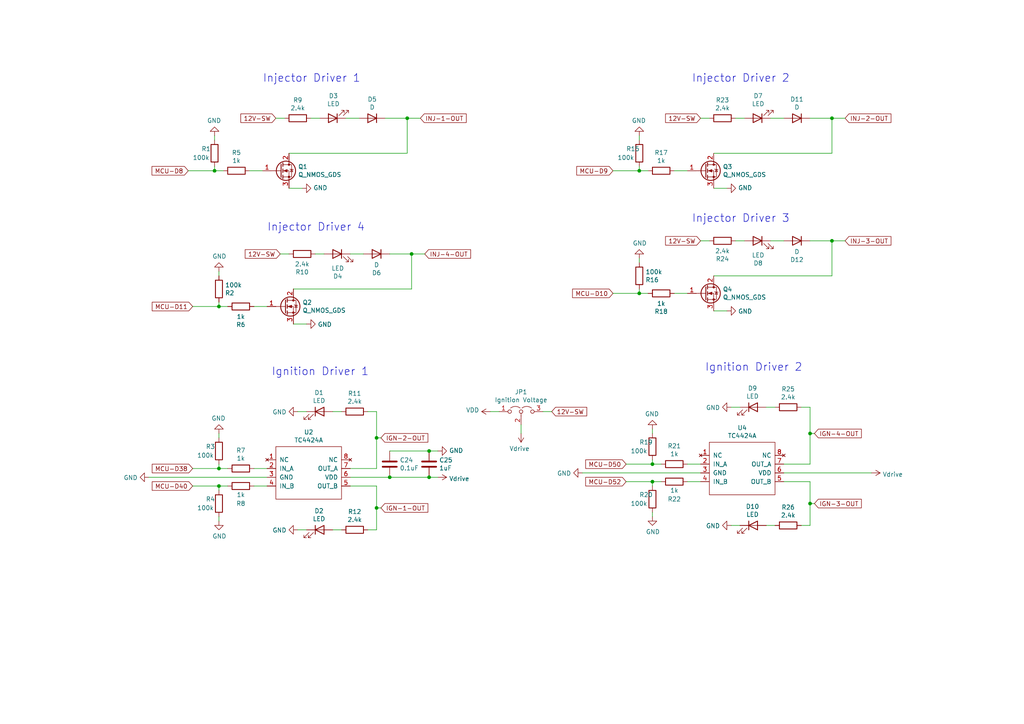
<source format=kicad_sch>
(kicad_sch (version 20230121) (generator eeschema)
  (paper "A4")
  (title_block (title "0.4") (date "2024-08-07") (rev "4e") (company "Speeduino") (comment 1 "Updated by Kenneth \"Cmdr_scotty\" Walters"))
  (lib_symbols
    (symbol "Device:C" (pin_numbers hide) (pin_names (offset 0.254))
      (property "Reference" "C" (at 0.635 2.54 0))
      (property "Value" "C" (at 0.635 -2.54 0))
      (symbol "C_0_1"
        (polyline (pts (xy -2.032 -0.762) (xy 2.032 -0.762)) (stroke (width 0.508)))
        (polyline (pts (xy -2.032 0.762) (xy 2.032 0.762)) (stroke (width 0.508)))
      )
      (symbol "C_1_1"
        (pin passive line (at 0 3.81 270) (length 2.794) (name "~") (number "1"))
        (pin passive line (at 0 -3.81 90) (length 2.794) (name "~") (number "2"))
      )
    )
    (symbol "Device:D" (pin_numbers hide) (pin_names (offset 1.016) hide)
      (property "Reference" "D" (at 0 2.54 0))
      (property "Value" "D" (at 0 -2.54 0))
      (symbol "D_0_1"
        (polyline (pts (xy -1.27 1.27) (xy -1.27 -1.27)) (stroke (width 0.254)))
        (polyline (pts (xy 1.27 0) (xy -1.27 0)))
        (polyline (pts (xy 1.27 1.27) (xy 1.27 -1.27) (xy -1.27 0) (xy 1.27 1.27)) (stroke (width 0.254)))
      )
      (symbol "D_1_1"
        (pin passive line (at -3.81 0 0) (length 2.54) (name "K") (number "1"))
        (pin passive line (at 3.81 0 180) (length 2.54) (name "A") (number "2"))
      )
    )
    (symbol "Device:LED" (pin_numbers hide) (pin_names (offset 1.016) hide)
      (property "Reference" "D" (at 0 2.54 0))
      (property "Value" "LED" (at 0 -2.54 0))
      (symbol "LED_0_1"
        (polyline (pts (xy -1.27 -1.27) (xy -1.27 1.27)) (stroke (width 0.254)))
        (polyline (pts (xy -1.27 0) (xy 1.27 0)))
        (polyline (pts (xy 1.27 -1.27) (xy 1.27 1.27) (xy -1.27 0) (xy 1.27 -1.27)) (stroke (width 0.254)))
        (polyline (pts (xy -3.048 -0.762) (xy -4.572 -2.286) (xy -3.81 -2.286) (xy -4.572 -2.286) (xy -4.572 -1.524)))
        (polyline (pts (xy -1.778 -0.762) (xy -3.302 -2.286) (xy -2.54 -2.286) (xy -3.302 -2.286) (xy -3.302 -1.524)))
      )
      (symbol "LED_1_1"
        (pin passive line (at -3.81 0 0) (length 2.54) (name "K") (number "1"))
        (pin passive line (at 3.81 0 180) (length 2.54) (name "A") (number "2"))
      )
    )
    (symbol "Device:Q_NMOS_GDS" (pin_names (offset 0) hide)
      (property "Reference" "Q" (at 5.08 1.27 0))
      (property "Value" "Q_NMOS_GDS" (at 5.08 -1.27 0))
      (symbol "Q_NMOS_GDS_0_1"
        (polyline (pts (xy 0.254 0) (xy -2.54 0)))
        (polyline (pts (xy 0.254 1.905) (xy 0.254 -1.905)) (stroke (width 0.254)))
        (polyline (pts (xy 0.762 -1.27) (xy 0.762 -2.286)) (stroke (width 0.254)))
        (polyline (pts (xy 0.762 0.508) (xy 0.762 -0.508)) (stroke (width 0.254)))
        (polyline (pts (xy 0.762 2.286) (xy 0.762 1.27)) (stroke (width 0.254)))
        (polyline (pts (xy 2.54 2.54) (xy 2.54 1.778)))
        (polyline (pts (xy 2.54 -2.54) (xy 2.54 0) (xy 0.762 0)))
        (polyline (pts (xy 0.762 -1.778) (xy 3.302 -1.778) (xy 3.302 1.778) (xy 0.762 1.778)))
        (polyline (pts (xy 1.016 0) (xy 2.032 0.381) (xy 2.032 -0.381) (xy 1.016 0)) (fill (type outline)))
        (polyline (pts (xy 2.794 0.508) (xy 2.921 0.381) (xy 3.683 0.381) (xy 3.81 0.254)))
        (polyline (pts (xy 3.302 0.381) (xy 2.921 -0.254) (xy 3.683 -0.254) (xy 3.302 0.381)))
        (circle (center 1.651 0) (radius 2.794) (stroke (width 0.254)))
        (circle (center 2.54 -1.778) (radius 0.254) (fill (type outline)))
        (circle (center 2.54 1.778) (radius 0.254) (fill (type outline)))
      )
      (symbol "Q_NMOS_GDS_1_1"
        (pin input line (at -5.08 0 0) (length 2.54) (name "G") (number "1"))
        (pin passive line (at 2.54 5.08 270) (length 2.54) (name "D") (number "2"))
        (pin passive line (at 2.54 -5.08 90) (length 2.54) (name "S") (number "3"))
      )
    )
    (symbol "Device:R" (pin_numbers hide) (pin_names (offset 0))
      (property "Reference" "R" (at 2.032 0 90))
      (property "Value" "R" (at 0 0 90))
      (symbol "R_0_1"
        (rectangle (start -1.016 -2.54) (end 1.016 2.54) (stroke (width 0.254)))
      )
      (symbol "R_1_1"
        (pin passive line (at 0 3.81 270) (length 1.27) (name "~") (number "1"))
        (pin passive line (at 0 -3.81 90) (length 1.27) (name "~") (number "2"))
      )
    )
    (symbol "power:GND" (power) (pin_names (offset 0))
      (property "Value" "GND" (at 0 -3.81 0))
      (symbol "GND_0_1"
        (polyline (pts (xy 0 0) (xy 0 -1.27) (xy 1.27 -1.27) (xy 0 -2.54) (xy -1.27 -1.27) (xy 0 -1.27)))
      )
      (symbol "GND_1_1"
        (pin power_in line (at 0 0 270) (length 0) hide (name "GND") (number "1"))
      )
    )
    (symbol "power:VDD" (power) (pin_names (offset 0))
      (property "Value" "VDD" (at 0 3.81 0))
      (symbol "VDD_0_1"
        (polyline (pts (xy -0.762 1.27) (xy 0 2.54)))
        (polyline (pts (xy 0 0) (xy 0 2.54)))
        (polyline (pts (xy 0 2.54) (xy 0.762 1.27)))
      )
      (symbol "VDD_1_1"
        (pin power_in line (at 0 0 90) (length 0) hide (name "VDD") (number "1"))
      )
    )
    (symbol "power:Vdrive" (power) (pin_names (offset 0))
      (property "Value" "Vdrive" (at 0 3.81 0))
      (symbol "Vdrive_0_1"
        (polyline (pts (xy -0.762 1.27) (xy 0 2.54)))
        (polyline (pts (xy 0 0) (xy 0 2.54)))
        (polyline (pts (xy 0 2.54) (xy 0.762 1.27)))
      )
      (symbol "Vdrive_1_1"
        (pin power_in line (at 0 0 90) (length 0) hide (name "Vdrive") (number "1"))
      )
    )
    (symbol "v0.4.3e-rescue:Jumper_3_Open-Jumper" (pin_names (offset 0) hide)
      (property "Reference" "JP" (at -2.54 -2.54 0))
      (property "Value" "Jumper_Jumper_3_Open" (at 0 2.794 0))
      (symbol "Jumper_3_Open-Jumper_0_0"
        (circle (center -3.302 0) (radius 0.508))
        (circle (center 0 0) (radius 0.508))
        (circle (center 3.302 0) (radius 0.508))
      )
      (symbol "Jumper_3_Open-Jumper_0_1"
        (arc (start -0.254 1.016) (mid -1.651 1.4992) (end -3.048 1.016))
        (polyline (pts (xy 0 -0.508) (xy 0 -1.27)))
        (arc (start 3.048 1.016) (mid 1.651 1.4992) (end 0.254 1.016))
      )
      (symbol "Jumper_3_Open-Jumper_1_1"
        (pin passive line (at -6.35 0 0) (length 2.54) (name "A") (number "1"))
        (pin input line (at 0 -3.81 90) (length 2.54) (name "C") (number "2"))
        (pin passive line (at 6.35 0 180) (length 2.54) (name "B") (number "3"))
      )
    )
    (symbol "v0.4.3e-rescue:TC4424A-IC_Automotive" (pin_names (offset 1.016))
      (property "Reference" "U" (at -7.62 38.1 0))
      (property "Value" "IC_Automotive_TC4424A" (at -15.24 38.1 0))
      (symbol "TC4424A-IC_Automotive_0_1"
        (rectangle (start -25.4 36.83) (end -6.35 21.59))
      )
      (symbol "TC4424A-IC_Automotive_1_1"
        (pin no_connect line (at -27.94 33.02 0) (length 2.54) (name "NC") (number "1"))
        (pin input line (at -27.94 30.48 0) (length 2.54) (name "IN_A") (number "2"))
        (pin power_in line (at -27.94 27.94 0) (length 2.54) (name "GND") (number "3"))
        (pin input line (at -27.94 25.4 0) (length 2.54) (name "IN_B") (number "4"))
        (pin input line (at -3.81 25.4 180) (length 2.54) (name "OUT_B") (number "5"))
        (pin power_in line (at -3.81 27.94 180) (length 2.54) (name "VDD") (number "6"))
        (pin output line (at -3.81 30.48 180) (length 2.54) (name "OUT_A") (number "7"))
        (pin no_connect line (at -3.81 33.02 180) (length 2.54) (name "NC") (number "8"))
      )
    )
  )
  (junction (at 109.22 127))
  (junction (at 109.22 147.32))
  (junction (at 185.42 49.53))
  (junction (at 124.46 138.43))
  (junction (at 241.3 69.85))
  (junction (at 113.03 138.43))
  (junction (at 185.42 85.09))
  (junction (at 234.95 146.05))
  (junction (at 63.5 88.9))
  (junction (at 189.23 134.62))
  (junction (at 241.3 34.29))
  (junction (at 63.5 140.97))
  (junction (at 62.23 49.53))
  (junction (at 124.46 130.81))
  (junction (at 118.11 34.29))
  (junction (at 189.23 139.7))
  (junction (at 119.38 73.66))
  (junction (at 63.5 135.89))
  (junction (at 234.95 125.73))
  (wire (pts (xy 127 130.81) (xy 124.46 130.81)))
  (wire (pts (xy 234.95 34.29) (xy 241.3 34.29)))
  (wire (pts (xy 177.8 49.53) (xy 185.42 49.53)))
  (wire (pts (xy 245.11 69.85) (xy 241.3 69.85)))
  (wire (pts (xy 66.04 140.97) (xy 63.5 140.97)))
  (wire (pts (xy 123.19 73.66) (xy 119.38 73.66)))
  (wire (pts (xy 109.22 135.89) (xy 101.6 135.89)))
  (wire (pts (xy 73.66 88.9) (xy 77.47 88.9)))
  (wire (pts (xy 109.22 127) (xy 109.22 135.89)))
  (wire (pts (xy 207.01 80.01) (xy 241.3 80.01)))
  (wire (pts (xy 66.04 88.9) (xy 63.5 88.9)))
  (wire (pts (xy 54.61 49.53) (xy 62.23 49.53)))
  (wire (pts (xy 199.39 134.62) (xy 203.2 134.62)))
  (wire (pts (xy 72.39 49.53) (xy 76.2 49.53)))
  (wire (pts (xy 234.95 125.73) (xy 234.95 134.62)))
  (wire (pts (xy 96.52 153.67) (xy 99.06 153.67)))
  (wire (pts (xy 241.3 44.45) (xy 241.3 34.29)))
  (wire (pts (xy 234.95 118.11) (xy 234.95 125.73)))
  (wire (pts (xy 119.38 83.82) (xy 119.38 73.66)))
  (wire (pts (xy 234.95 146.05) (xy 234.95 139.7)))
  (wire (pts (xy 241.3 80.01) (xy 241.3 69.85)))
  (wire (pts (xy 124.46 130.81) (xy 113.03 130.81)))
  (wire (pts (xy 185.42 40.64) (xy 185.42 39.37)))
  (wire (pts (xy 55.88 88.9) (xy 63.5 88.9)))
  (wire (pts (xy 210.82 90.17) (xy 207.01 90.17)))
  (wire (pts (xy 187.96 85.09) (xy 185.42 85.09)))
  (wire (pts (xy 55.88 135.89) (xy 63.5 135.89)))
  (wire (pts (xy 124.46 138.43) (xy 113.03 138.43)))
  (wire (pts (xy 86.36 153.67) (xy 88.9 153.67)))
  (wire (pts (xy 109.22 153.67) (xy 109.22 147.32)))
  (wire (pts (xy 80.01 34.29) (xy 82.55 34.29)))
  (wire (pts (xy 63.5 151.13) (xy 63.5 149.86)))
  (wire (pts (xy 213.36 34.29) (xy 215.9 34.29)))
  (wire (pts (xy 191.77 139.7) (xy 189.23 139.7)))
  (wire (pts (xy 118.11 44.45) (xy 118.11 34.29)))
  (wire (pts (xy 195.58 85.09) (xy 199.39 85.09)))
  (wire (pts (xy 62.23 40.64) (xy 62.23 39.37)))
  (wire (pts (xy 212.09 152.4) (xy 214.63 152.4)))
  (wire (pts (xy 185.42 74.93) (xy 185.42 76.2)))
  (wire (pts (xy 63.5 88.9) (xy 63.5 87.63)))
  (wire (pts (xy 90.17 34.29) (xy 92.71 34.29)))
  (wire (pts (xy 111.76 34.29) (xy 118.11 34.29)))
  (wire (pts (xy 189.23 149.86) (xy 189.23 148.59)))
  (wire (pts (xy 207.01 44.45) (xy 241.3 44.45)))
  (wire (pts (xy 199.39 139.7) (xy 203.2 139.7)))
  (wire (pts (xy 234.95 152.4) (xy 234.95 146.05)))
  (wire (pts (xy 77.47 138.43) (xy 43.18 138.43)))
  (wire (pts (xy 91.44 73.66) (xy 93.98 73.66)))
  (wire (pts (xy 113.03 138.43) (xy 101.6 138.43)))
  (wire (pts (xy 212.09 118.11) (xy 214.63 118.11)))
  (wire (pts (xy 223.52 69.85) (xy 227.33 69.85)))
  (wire (pts (xy 234.95 134.62) (xy 227.33 134.62)))
  (wire (pts (xy 157.48 119.38) (xy 160.02 119.38)))
  (wire (pts (xy 181.61 134.62) (xy 189.23 134.62)))
  (wire (pts (xy 101.6 73.66) (xy 105.41 73.66)))
  (wire (pts (xy 73.66 135.89) (xy 77.47 135.89)))
  (wire (pts (xy 236.22 125.73) (xy 234.95 125.73)))
  (wire (pts (xy 62.23 49.53) (xy 64.77 49.53)))
  (wire (pts (xy 185.42 49.53) (xy 187.96 49.53)))
  (wire (pts (xy 109.22 147.32) (xy 109.22 140.97)))
  (wire (pts (xy 106.68 153.67) (xy 109.22 153.67)))
  (wire (pts (xy 55.88 140.97) (xy 63.5 140.97)))
  (wire (pts (xy 110.49 147.32) (xy 109.22 147.32)))
  (wire (pts (xy 62.23 48.26) (xy 62.23 49.53)))
  (wire (pts (xy 222.25 152.4) (xy 224.79 152.4)))
  (wire (pts (xy 109.22 140.97) (xy 101.6 140.97)))
  (wire (pts (xy 227.33 137.16) (xy 252.73 137.16)))
  (wire (pts (xy 106.68 119.38) (xy 109.22 119.38)))
  (wire (pts (xy 185.42 85.09) (xy 185.42 83.82)))
  (wire (pts (xy 144.78 119.38) (xy 142.24 119.38)))
  (wire (pts (xy 86.36 119.38) (xy 88.9 119.38)))
  (wire (pts (xy 181.61 139.7) (xy 189.23 139.7)))
  (wire (pts (xy 203.2 69.85) (xy 205.74 69.85)))
  (wire (pts (xy 63.5 140.97) (xy 63.5 142.24)))
  (wire (pts (xy 245.11 34.29) (xy 241.3 34.29)))
  (wire (pts (xy 195.58 49.53) (xy 199.39 49.53)))
  (wire (pts (xy 121.92 34.29) (xy 118.11 34.29)))
  (wire (pts (xy 189.23 133.35) (xy 189.23 134.62)))
  (wire (pts (xy 63.5 134.62) (xy 63.5 135.89)))
  (wire (pts (xy 177.8 85.09) (xy 185.42 85.09)))
  (wire (pts (xy 232.41 152.4) (xy 234.95 152.4)))
  (wire (pts (xy 100.33 34.29) (xy 104.14 34.29)))
  (wire (pts (xy 232.41 118.11) (xy 234.95 118.11)))
  (wire (pts (xy 83.82 44.45) (xy 118.11 44.45)))
  (wire (pts (xy 223.52 34.29) (xy 227.33 34.29)))
  (wire (pts (xy 63.5 78.74) (xy 63.5 80.01)))
  (wire (pts (xy 88.9 93.98) (xy 85.09 93.98)))
  (wire (pts (xy 109.22 119.38) (xy 109.22 127)))
  (wire (pts (xy 234.95 69.85) (xy 241.3 69.85)))
  (wire (pts (xy 63.5 127) (xy 63.5 125.73)))
  (wire (pts (xy 85.09 83.82) (xy 119.38 83.82)))
  (wire (pts (xy 73.66 140.97) (xy 77.47 140.97)))
  (wire (pts (xy 189.23 125.73) (xy 189.23 124.46)))
  (wire (pts (xy 113.03 73.66) (xy 119.38 73.66)))
  (wire (pts (xy 151.13 125.73) (xy 151.13 123.19)))
  (wire (pts (xy 213.36 69.85) (xy 215.9 69.85)))
  (wire (pts (xy 189.23 134.62) (xy 191.77 134.62)))
  (wire (pts (xy 185.42 48.26) (xy 185.42 49.53)))
  (wire (pts (xy 81.28 73.66) (xy 83.82 73.66)))
  (wire (pts (xy 203.2 137.16) (xy 168.91 137.16)))
  (wire (pts (xy 222.25 118.11) (xy 224.79 118.11)))
  (wire (pts (xy 234.95 139.7) (xy 227.33 139.7)))
  (wire (pts (xy 236.22 146.05) (xy 234.95 146.05)))
  (wire (pts (xy 83.82 54.61) (xy 87.63 54.61)))
  (wire (pts (xy 96.52 119.38) (xy 99.06 119.38)))
  (wire (pts (xy 203.2 34.29) (xy 205.74 34.29)))
  (wire (pts (xy 63.5 135.89) (xy 66.04 135.89)))
  (wire (pts (xy 189.23 139.7) (xy 189.23 140.97)))
  (wire (pts (xy 207.01 54.61) (xy 210.82 54.61)))
  (wire (pts (xy 127 138.43) (xy 124.46 138.43)))
  (wire (pts (xy 110.49 127) (xy 109.22 127)))
  (text "Injector Driver 4" (at 77.47 67.31 0) (effects (font (size 2.2606 2.2606)) (justify left bottom)))
  (text "Ignition Driver 1" (at 78.74 109.22 0) (effects (font (size 2.2606 2.2606)) (justify left bottom)))
  (text "Injector Driver 3" (at 200.66 64.77 0) (effects (font (size 2.2606 2.2606)) (justify left bottom)))
  (text "Injector Driver 2" (at 200.66 24.13 0) (effects (font (size 2.2606 2.2606)) (justify left bottom)))
  (text "Injector Driver 1" (at 76.2 24.13 0) (effects (font (size 2.2606 2.2606)) (justify left bottom)))
  (text "Ignition Driver 2" (at 204.47 107.95 0) (effects (font (size 2.2606 2.2606)) (justify left bottom)))
  (global_label "12V-SW" (shape input) (at 203.2 34.29 180) (property "Intersheetrefs" "${INTERSHEET_REFS}" (effects hide)))
  (global_label "MCU-D40" (shape input) (at 55.88 140.97 180) (property "Intersheetrefs" "${INTERSHEET_REFS}" (effects hide)))
  (global_label "MCU-D50" (shape input) (at 181.61 134.62 180) (property "Intersheetrefs" "${INTERSHEET_REFS}" (effects hide)))
  (global_label "MCU-D52" (shape input) (at 181.61 139.7 180) (property "Intersheetrefs" "${INTERSHEET_REFS}" (effects hide)))
  (global_label "12V-SW" (shape input) (at 203.2 69.85 180) (property "Intersheetrefs" "${INTERSHEET_REFS}" (effects hide)))
  (global_label "IGN-4-OUT" (shape input) (at 236.22 125.73 0) (property "Intersheetrefs" "${INTERSHEET_REFS}" (effects hide)))
  (global_label "IGN-2-OUT" (shape input) (at 110.49 127 0) (property "Intersheetrefs" "${INTERSHEET_REFS}" (effects hide)))
  (global_label "INJ-2-OUT" (shape input) (at 245.11 34.29 0) (property "Intersheetrefs" "${INTERSHEET_REFS}" (effects hide)))
  (global_label "IGN-3-OUT" (shape input) (at 236.22 146.05 0) (property "Intersheetrefs" "${INTERSHEET_REFS}" (effects hide)))
  (global_label "INJ-3-OUT" (shape input) (at 245.11 69.85 0) (property "Intersheetrefs" "${INTERSHEET_REFS}" (effects hide)))
  (global_label "IGN-1-OUT" (shape input) (at 110.49 147.32 0) (property "Intersheetrefs" "${INTERSHEET_REFS}" (effects hide)))
  (global_label "INJ-4-OUT" (shape input) (at 123.19 73.66 0) (property "Intersheetrefs" "${INTERSHEET_REFS}" (effects hide)))
  (global_label "MCU-D38" (shape input) (at 55.88 135.89 180) (property "Intersheetrefs" "${INTERSHEET_REFS}" (effects hide)))
  (global_label "MCU-D9" (shape input) (at 177.8 49.53 180) (property "Intersheetrefs" "${INTERSHEET_REFS}" (effects hide)))
  (global_label "INJ-1-OUT" (shape input) (at 121.92 34.29 0) (property "Intersheetrefs" "${INTERSHEET_REFS}" (effects hide)))
  (global_label "MCU-D8" (shape input) (at 54.61 49.53 180) (property "Intersheetrefs" "${INTERSHEET_REFS}" (effects hide)))
  (global_label "12V-SW" (shape input) (at 80.01 34.29 180) (property "Intersheetrefs" "${INTERSHEET_REFS}" (effects hide)))
  (global_label "12V-SW" (shape input) (at 81.28 73.66 180) (property "Intersheetrefs" "${INTERSHEET_REFS}" (effects hide)))
  (global_label "MCU-D11" (shape input) (at 55.88 88.9 180) (property "Intersheetrefs" "${INTERSHEET_REFS}" (effects hide)))
  (global_label "MCU-D10" (shape input) (at 177.8 85.09 180) (property "Intersheetrefs" "${INTERSHEET_REFS}" (effects hide)))
  (global_label "12V-SW" (shape input) (at 160.02 119.38 0) (property "Intersheetrefs" "${INTERSHEET_REFS}" (effects hide)))
  (symbol (lib_id "power:GND") (at 87.63 54.61 90) (unit 1)
    (property "Reference" "#PWR010" (effects hide))
    (property "Value" "GND" (at 90.8812 54.483 90) (effects (justify right)))
  )
  (symbol (lib_id "power:GND") (at 88.9 93.98 90) (mirror x) (unit 1)
    (property "Reference" "#PWR011" (effects hide))
    (property "Value" "GND" (at 92.1512 94.107 90) (effects (justify right)))
  )
  (symbol (lib_id "Device:R") (at 68.58 49.53 270) (unit 1)
    (property "Reference" "R5" (at 68.58 44.2722 90))
    (property "Value" "1k" (at 68.58 46.5836 90))
    (property "Footprint" "Resistor_THT:R_Axial_DIN0204_L3.6mm_D1.6mm_P5.08mm_Horizontal" (effects hide))
    (property "Digikey Part Number" "BC1.00KXCT-ND" (effects hide))
    (property "Manufacturer_Name" "Vishay" (effects hide))
    (property "Manufacturer_Part_Number" "MBA02040C1001FRP00" (effects hide))
  )
  (symbol (lib_id "Device:R") (at 69.85 88.9 270) (mirror x) (unit 1)
    (property "Reference" "R6" (at 69.85 94.1578 90))
    (property "Value" "1k" (at 69.85 91.8464 90))
    (property "Footprint" "Resistor_THT:R_Axial_DIN0204_L3.6mm_D1.6mm_P5.08mm_Horizontal" (effects hide))
    (property "Digikey Part Number" "BC1.00KXCT-ND" (effects hide))
    (property "Manufacturer_Name" "Vishay" (effects hide))
    (property "Manufacturer_Part_Number" "MBA02040C1001FRP00" (effects hide))
  )
  (symbol (lib_id "Device:R") (at 62.23 44.45 180) (unit 1)
    (property "Reference" "R1" (at 58.42 43.18 0) (effects (justify right)))
    (property "Value" "100k" (at 55.88 45.72 0) (effects (justify right)))
    (property "Footprint" "Resistor_THT:R_Axial_DIN0204_L3.6mm_D1.6mm_P5.08mm_Horizontal" (effects hide))
    (property "Digikey Part Number" "BC3240CT-ND" (effects hide))
    (property "Manufacturer_Name" "Vishay" (effects hide))
    (property "Manufacturer_Part_Number" "MBA02040C1003FCT00" (effects hide))
    (property "URL" "https://www.digikey.com.au/product-detail/en/vishay-beyschlag-draloric-bc-components/MBA02040C1003FCT00/BC3240CT-ND/6138743" (effects hide))
  )
  (symbol (lib_id "Device:R") (at 63.5 83.82 0) (mirror y) (unit 1)
    (property "Reference" "R2" (at 65.278 84.9884 0) (effects (justify right)))
    (property "Value" "100k" (at 65.278 82.677 0) (effects (justify right)))
    (property "Footprint" "Resistor_THT:R_Axial_DIN0204_L3.6mm_D1.6mm_P5.08mm_Horizontal" (effects hide))
    (property "Digikey Part Number" "BC3240CT-ND" (effects hide))
    (property "Manufacturer_Name" "Vishay" (effects hide))
    (property "Manufacturer_Part_Number" "MBA02040C1003FCT00" (effects hide))
    (property "URL" "https://www.digikey.com.au/product-detail/en/vishay-beyschlag-draloric-bc-components/MBA02040C1003FCT00/BC3240CT-ND/6138743" (effects hide))
  )
  (symbol (lib_id "power:GND") (at 62.23 39.37 180) (unit 1)
    (property "Reference" "#PWR04" (effects hide))
    (property "Value" "GND" (at 62.103 34.9758 0))
  )
  (symbol (lib_id "power:GND") (at 63.5 78.74 0) (mirror x) (unit 1)
    (property "Reference" "#PWR05" (effects hide))
    (property "Value" "GND" (at 63.627 74.3458 0))
  )
  (symbol (lib_id "Device:R") (at 87.63 73.66 270) (mirror x) (unit 1)
    (property "Reference" "R10" (at 87.63 78.9178 90))
    (property "Value" "2.4k" (at 87.63 76.6064 90))
    (property "Footprint" "Resistor_THT:R_Axial_DIN0204_L3.6mm_D1.6mm_P5.08mm_Horizontal" (effects hide))
    (property "Digikey Part Number" "BC3483CT-ND" (effects hide))
    (property "Manufacturer_Name" "Vishay" (effects hide))
    (property "Manufacturer_Part_Number" "MBA02040C2401FC100" (effects hide))
    (property "URL" "https://www.digikey.com.au/product-detail/en/vishay-beyschlag-draloric-bc-components/MBA02040C2401FC100/BC3483CT-ND/7350913" (effects hide))
  )
  (symbol (lib_id "Device:LED") (at 97.79 73.66 0) (mirror y) (unit 1)
    (property "Reference" "D4" (at 97.9678 80.137 0))
    (property "Value" "LED" (at 97.9678 77.8256 0))
    (property "Footprint" "LED_THT:LED_D3.0mm" (effects hide))
    (property "Digikey Part Number" "732-5005-ND" (effects hide))
    (property "Manufacturer_Name" "Wurth" (effects hide))
    (property "Manufacturer_Part_Number" "151031SS04000" (effects hide))
    (property "URL" "https://www.digikey.com.au/product-detail/en/w%C3%BCrth-elektronik/151031SS04000/732-5005-ND/4489979" (effects hide))
  )
  (symbol (lib_id "Device:R") (at 86.36 34.29 270) (unit 1)
    (property "Reference" "R9" (at 86.36 29.0322 90))
    (property "Value" "2.4k" (at 86.36 31.3436 90))
    (property "Footprint" "Resistor_THT:R_Axial_DIN0204_L3.6mm_D1.6mm_P5.08mm_Horizontal" (effects hide))
    (property "Digikey Part Number" "BC3483CT-ND" (effects hide))
    (property "Manufacturer_Name" "Vishay" (effects hide))
    (property "Manufacturer_Part_Number" "MBA02040C2401FC100" (effects hide))
    (property "URL" "https://www.digikey.com.au/product-detail/en/vishay-beyschlag-draloric-bc-components/MBA02040C2401FC100/BC3483CT-ND/7350913" (effects hide))
  )
  (symbol (lib_id "Device:LED") (at 96.52 34.29 180) (unit 1)
    (property "Reference" "D3" (at 96.6978 27.813 0))
    (property "Value" "LED" (at 96.6978 30.1244 0))
    (property "Footprint" "LED_THT:LED_D3.0mm" (effects hide))
    (property "Digikey Part Number" "732-5005-ND" (effects hide))
    (property "Manufacturer_Name" "Wurth" (effects hide))
    (property "Manufacturer_Part_Number" "151031SS04000" (effects hide))
    (property "URL" "https://www.digikey.com.au/product-detail/en/w%C3%BCrth-elektronik/151031SS04000/732-5005-ND/4489979" (effects hide))
  )
  (symbol (lib_id "power:GND") (at 210.82 54.61 90) (unit 1)
    (property "Reference" "#PWR020" (effects hide))
    (property "Value" "GND" (at 214.0712 54.483 90) (effects (justify right)))
  )
  (symbol (lib_id "power:GND") (at 210.82 90.17 90) (mirror x) (unit 1)
    (property "Reference" "#PWR021" (effects hide))
    (property "Value" "GND" (at 214.0712 90.297 90) (effects (justify right)))
  )
  (symbol (lib_id "Device:R") (at 191.77 49.53 270) (unit 1)
    (property "Reference" "R17" (at 191.77 44.2722 90))
    (property "Value" "1k" (at 191.77 46.5836 90))
    (property "Footprint" "Resistor_THT:R_Axial_DIN0204_L3.6mm_D1.6mm_P5.08mm_Horizontal" (effects hide))
    (property "Digikey Part Number" "BC1.00KXCT-ND" (effects hide))
    (property "Manufacturer_Name" "Vishay" (effects hide))
    (property "Manufacturer_Part_Number" "MBA02040C1001FRP00" (effects hide))
  )
  (symbol (lib_id "Device:R") (at 191.77 85.09 270) (mirror x) (unit 1)
    (property "Reference" "R18" (at 191.77 90.3478 90))
    (property "Value" "1k" (at 191.77 88.0364 90))
    (property "Footprint" "Resistor_THT:R_Axial_DIN0204_L3.6mm_D1.6mm_P5.08mm_Horizontal" (effects hide))
    (property "Digikey Part Number" "BC1.00KXCT-ND" (effects hide))
    (property "Manufacturer_Name" "Vishay" (effects hide))
    (property "Manufacturer_Part_Number" "MBA02040C1001FRP00" (effects hide))
  )
  (symbol (lib_id "Device:R") (at 185.42 44.45 180) (unit 1)
    (property "Reference" "R15" (at 181.61 43.18 0) (effects (justify right)))
    (property "Value" "100k" (at 179.07 45.72 0) (effects (justify right)))
    (property "Footprint" "Resistor_THT:R_Axial_DIN0204_L3.6mm_D1.6mm_P5.08mm_Horizontal" (effects hide))
    (property "Digikey Part Number" "BC3240CT-ND" (effects hide))
    (property "Manufacturer_Name" "Vishay" (effects hide))
    (property "Manufacturer_Part_Number" "MBA02040C1003FCT00" (effects hide))
    (property "URL" "https://www.digikey.com.au/product-detail/en/vishay-beyschlag-draloric-bc-components/MBA02040C1003FCT00/BC3240CT-ND/6138743" (effects hide))
  )
  (symbol (lib_id "Device:R") (at 185.42 80.01 0) (mirror y) (unit 1)
    (property "Reference" "R16" (at 187.198 81.1784 0) (effects (justify right)))
    (property "Value" "100k" (at 187.198 78.867 0) (effects (justify right)))
    (property "Footprint" "Resistor_THT:R_Axial_DIN0204_L3.6mm_D1.6mm_P5.08mm_Horizontal" (effects hide))
    (property "Digikey Part Number" "BC3240CT-ND" (effects hide))
    (property "Manufacturer_Name" "Vishay" (effects hide))
    (property "Manufacturer_Part_Number" "MBA02040C1003FCT00" (effects hide))
    (property "URL" "https://www.digikey.com.au/product-detail/en/vishay-beyschlag-draloric-bc-components/MBA02040C1003FCT00/BC3240CT-ND/6138743" (effects hide))
  )
  (symbol (lib_id "power:GND") (at 185.42 39.37 180) (unit 1)
    (property "Reference" "#PWR014" (effects hide))
    (property "Value" "GND" (at 185.293 34.9758 0))
  )
  (symbol (lib_id "power:GND") (at 185.42 74.93 0) (mirror x) (unit 1)
    (property "Reference" "#PWR015" (effects hide))
    (property "Value" "GND" (at 185.547 70.5358 0))
  )
  (symbol (lib_id "Device:R") (at 209.55 69.85 270) (mirror x) (unit 1)
    (property "Reference" "R24" (at 209.55 75.1078 90))
    (property "Value" "2.4k" (at 209.55 72.7964 90))
    (property "Footprint" "Resistor_THT:R_Axial_DIN0204_L3.6mm_D1.6mm_P5.08mm_Horizontal" (effects hide))
    (property "Digikey Part Number" "BC3483CT-ND" (effects hide))
    (property "Manufacturer_Name" "Vishay" (effects hide))
    (property "Manufacturer_Part_Number" "MBA02040C2401FC100" (effects hide))
    (property "URL" "https://www.digikey.com.au/product-detail/en/vishay-beyschlag-draloric-bc-components/MBA02040C2401FC100/BC3483CT-ND/7350913" (effects hide))
  )
  (symbol (lib_id "Device:LED") (at 219.71 69.85 0) (mirror y) (unit 1)
    (property "Reference" "D8" (at 219.8878 76.327 0))
    (property "Value" "LED" (at 219.8878 74.0156 0))
    (property "Footprint" "LED_THT:LED_D3.0mm" (effects hide))
    (property "Digikey Part Number" "732-5005-ND" (effects hide))
    (property "Manufacturer_Name" "Wurth" (effects hide))
    (property "Manufacturer_Part_Number" "151031SS04000" (effects hide))
    (property "URL" "https://www.digikey.com.au/product-detail/en/w%C3%BCrth-elektronik/151031SS04000/732-5005-ND/4489979" (effects hide))
  )
  (symbol (lib_id "Device:R") (at 209.55 34.29 270) (unit 1)
    (property "Reference" "R23" (at 209.55 29.0322 90))
    (property "Value" "2.4k" (at 209.55 31.3436 90))
    (property "Footprint" "Resistor_THT:R_Axial_DIN0204_L3.6mm_D1.6mm_P5.08mm_Horizontal" (effects hide))
    (property "Digikey Part Number" "BC3483CT-ND" (effects hide))
    (property "Manufacturer_Name" "Vishay" (effects hide))
    (property "Manufacturer_Part_Number" "MBA02040C2401FC100" (effects hide))
    (property "URL" "https://www.digikey.com.au/product-detail/en/vishay-beyschlag-draloric-bc-components/MBA02040C2401FC100/BC3483CT-ND/7350913" (effects hide))
  )
  (symbol (lib_id "Device:LED") (at 219.71 34.29 180) (unit 1)
    (property "Reference" "D7" (at 219.8878 27.813 0))
    (property "Value" "LED" (at 219.8878 30.1244 0))
    (property "Footprint" "LED_THT:LED_D3.0mm" (effects hide))
    (property "Digikey Part Number" "732-5005-ND" (effects hide))
    (property "Manufacturer_Name" "Wurth" (effects hide))
    (property "Manufacturer_Part_Number" "151031SS04000" (effects hide))
    (property "URL" "https://www.digikey.com.au/product-detail/en/w%C3%BCrth-elektronik/151031SS04000/732-5005-ND/4489979" (effects hide))
  )
  (symbol (lib_id "Device:R") (at 69.85 135.89 270) (unit 1)
    (property "Reference" "R7" (at 69.85 130.6322 90))
    (property "Value" "1k" (at 69.85 132.9436 90))
    (property "Footprint" "Resistor_THT:R_Axial_DIN0204_L3.6mm_D1.6mm_P5.08mm_Horizontal" (effects hide))
    (property "Digikey Part Number" "BC1.00KXCT-ND" (effects hide))
    (property "Manufacturer_Name" "Vishay" (effects hide))
    (property "Manufacturer_Part_Number" "MBA02040C1001FRP00" (effects hide))
  )
  (symbol (lib_id "Device:R") (at 69.85 140.97 270) (unit 1)
    (property "Reference" "R8" (at 69.85 146.05 90))
    (property "Value" "1k" (at 69.85 143.51 90))
    (property "Footprint" "Resistor_THT:R_Axial_DIN0204_L3.6mm_D1.6mm_P5.08mm_Horizontal" (effects hide))
    (property "Digikey Part Number" "BC1.00KXCT-ND" (effects hide))
    (property "Manufacturer_Name" "Vishay" (effects hide))
    (property "Manufacturer_Part_Number" "MBA02040C1001FRP00" (effects hide))
  )
  (symbol (lib_id "Device:R") (at 63.5 130.81 180) (unit 1)
    (property "Reference" "R3" (at 59.69 129.54 0) (effects (justify right)))
    (property "Value" "100k" (at 57.15 132.08 0) (effects (justify right)))
    (property "Footprint" "Resistor_THT:R_Axial_DIN0204_L3.6mm_D1.6mm_P5.08mm_Horizontal" (effects hide))
    (property "Digikey Part Number" "BC3240CT-ND" (effects hide))
    (property "Manufacturer_Name" "Vishay" (effects hide))
    (property "Manufacturer_Part_Number" "MBA02040C1003FCT00" (effects hide))
    (property "URL" "https://www.digikey.com.au/product-detail/en/vishay-beyschlag-draloric-bc-components/MBA02040C1003FCT00/BC3240CT-ND/6138743" (effects hide))
  )
  (symbol (lib_id "Device:R") (at 63.5 146.05 180) (unit 1)
    (property "Reference" "R4" (at 59.69 144.78 0) (effects (justify right)))
    (property "Value" "100k" (at 57.15 147.32 0) (effects (justify right)))
    (property "Footprint" "Resistor_THT:R_Axial_DIN0204_L3.6mm_D1.6mm_P5.08mm_Horizontal" (effects hide))
    (property "Digikey Part Number" "BC3240CT-ND" (effects hide))
    (property "Manufacturer_Name" "Vishay" (effects hide))
    (property "Manufacturer_Part_Number" "MBA02040C1003FCT00" (effects hide))
    (property "URL" "https://www.digikey.com.au/product-detail/en/vishay-beyschlag-draloric-bc-components/MBA02040C1003FCT00/BC3240CT-ND/6138743" (effects hide))
  )
  (symbol (lib_id "power:GND") (at 63.5 125.73 180) (unit 1)
    (property "Reference" "#PWR06" (effects hide))
    (property "Value" "GND" (at 63.373 121.3358 0))
  )
  (symbol (lib_id "power:GND") (at 63.5 151.13 0) (unit 1)
    (property "Reference" "#PWR07" (effects hide))
    (property "Value" "GND" (at 63.627 155.5242 0))
  )
  (symbol (lib_id "power:GND") (at 43.18 138.43 270) (unit 1)
    (property "Reference" "#PWR03" (effects hide))
    (property "Value" "GND" (at 39.9288 138.557 90) (effects (justify right)))
  )
  (symbol (lib_id "Device:LED") (at 92.71 119.38 0) (unit 1)
    (property "Reference" "D1" (at 92.5322 113.8936 0))
    (property "Value" "LED" (at 92.5322 116.205 0))
    (property "Footprint" "LED_THT:LED_D3.0mm" (effects hide))
    (property "Digikey Part Number" "732-5005-ND" (effects hide))
    (property "Manufacturer_Name" "Wurth" (effects hide))
    (property "Manufacturer_Part_Number" "151031SS04000" (effects hide))
    (property "URL" "https://www.digikey.com.au/product-detail/en/w%C3%BCrth-elektronik/151031SS04000/732-5005-ND/4489979" (effects hide))
  )
  (symbol (lib_id "power:GND") (at 86.36 119.38 270) (unit 1)
    (property "Reference" "#PWR08" (effects hide))
    (property "Value" "GND" (at 83.1088 119.507 90) (effects (justify right)))
  )
  (symbol (lib_id "Device:R") (at 102.87 119.38 270) (unit 1)
    (property "Reference" "R11" (at 102.87 114.1222 90))
    (property "Value" "2.4k" (at 102.87 116.4336 90))
    (property "Footprint" "Resistor_THT:R_Axial_DIN0204_L3.6mm_D1.6mm_P5.08mm_Horizontal" (effects hide))
    (property "Digikey Part Number" "BC3483CT-ND" (effects hide))
    (property "Manufacturer_Name" "Vishay" (effects hide))
    (property "Manufacturer_Part_Number" "MBA02040C2401FC100" (effects hide))
    (property "URL" "https://www.digikey.com.au/product-detail/en/vishay-beyschlag-draloric-bc-components/MBA02040C2401FC100/BC3483CT-ND/7350913" (effects hide))
  )
  (symbol (lib_id "power:VDD") (at 142.24 119.38 90) (unit 1)
    (property "Reference" "#PWR012" (effects hide))
    (property "Value" "VDD" (at 138.9888 118.9482 90) (effects (justify left)))
  )
  (symbol (lib_id "Device:LED") (at 92.71 153.67 0) (unit 1)
    (property "Reference" "D2" (at 92.5322 148.1836 0))
    (property "Value" "LED" (at 92.5322 150.495 0))
    (property "Footprint" "LED_THT:LED_D3.0mm" (effects hide))
    (property "Digikey Part Number" "732-5005-ND" (effects hide))
    (property "Manufacturer_Name" "Wurth" (effects hide))
    (property "Manufacturer_Part_Number" "151031SS04000" (effects hide))
    (property "URL" "https://www.digikey.com.au/product-detail/en/w%C3%BCrth-elektronik/151031SS04000/732-5005-ND/4489979" (effects hide))
  )
  (symbol (lib_id "power:GND") (at 86.36 153.67 270) (unit 1)
    (property "Reference" "#PWR09" (effects hide))
    (property "Value" "GND" (at 83.1088 153.797 90) (effects (justify right)))
  )
  (symbol (lib_id "Device:R") (at 102.87 153.67 270) (unit 1)
    (property "Reference" "R12" (at 102.87 148.4122 90))
    (property "Value" "2.4k" (at 102.87 150.7236 90))
    (property "Footprint" "Resistor_THT:R_Axial_DIN0204_L3.6mm_D1.6mm_P5.08mm_Horizontal" (effects hide))
    (property "Digikey Part Number" "BC3483CT-ND" (effects hide))
    (property "Manufacturer_Name" "Vishay" (effects hide))
    (property "Manufacturer_Part_Number" "MBA02040C2401FC100" (effects hide))
    (property "URL" "https://www.digikey.com.au/product-detail/en/vishay-beyschlag-draloric-bc-components/MBA02040C2401FC100/BC3483CT-ND/7350913" (effects hide))
  )
  (symbol (lib_id "Device:R") (at 195.58 134.62 270) (unit 1)
    (property "Reference" "R21" (at 195.58 129.3622 90))
    (property "Value" "1k" (at 195.58 131.6736 90))
    (property "Footprint" "Resistor_THT:R_Axial_DIN0204_L3.6mm_D1.6mm_P5.08mm_Horizontal" (effects hide))
    (property "Digikey Part Number" "BC1.00KXCT-ND" (effects hide))
    (property "Manufacturer_Name" "Vishay" (effects hide))
    (property "Manufacturer_Part_Number" "MBA02040C1001FRP00" (effects hide))
  )
  (symbol (lib_id "Device:R") (at 195.58 139.7 270) (unit 1)
    (property "Reference" "R22" (at 195.58 144.78 90))
    (property "Value" "1k" (at 195.58 142.24 90))
    (property "Footprint" "Resistor_THT:R_Axial_DIN0204_L3.6mm_D1.6mm_P5.08mm_Horizontal" (effects hide))
    (property "Digikey Part Number" "BC1.00KXCT-ND" (effects hide))
    (property "Manufacturer_Name" "Vishay" (effects hide))
    (property "Manufacturer_Part_Number" "MBA02040C1001FRP00" (effects hide))
  )
  (symbol (lib_id "Device:R") (at 189.23 129.54 180) (unit 1)
    (property "Reference" "R19" (at 185.42 128.27 0) (effects (justify right)))
    (property "Value" "100k" (at 182.88 130.81 0) (effects (justify right)))
    (property "Footprint" "Resistor_THT:R_Axial_DIN0204_L3.6mm_D1.6mm_P5.08mm_Horizontal" (effects hide))
    (property "Digikey Part Number" "BC3240CT-ND" (effects hide))
    (property "Manufacturer_Name" "Vishay" (effects hide))
    (property "Manufacturer_Part_Number" "MBA02040C1003FCT00" (effects hide))
    (property "URL" "https://www.digikey.com.au/product-detail/en/vishay-beyschlag-draloric-bc-components/MBA02040C1003FCT00/BC3240CT-ND/6138743" (effects hide))
  )
  (symbol (lib_id "Device:R") (at 189.23 144.78 180) (unit 1)
    (property "Reference" "R20" (at 185.42 143.51 0) (effects (justify right)))
    (property "Value" "100k" (at 182.88 146.05 0) (effects (justify right)))
    (property "Footprint" "Resistor_THT:R_Axial_DIN0204_L3.6mm_D1.6mm_P5.08mm_Horizontal" (effects hide))
    (property "Digikey Part Number" "BC3240CT-ND" (effects hide))
    (property "Manufacturer_Name" "Vishay" (effects hide))
    (property "Manufacturer_Part_Number" "MBA02040C1003FCT00" (effects hide))
    (property "URL" "https://www.digikey.com.au/product-detail/en/vishay-beyschlag-draloric-bc-components/MBA02040C1003FCT00/BC3240CT-ND/6138743" (effects hide))
  )
  (symbol (lib_id "power:GND") (at 189.23 124.46 180) (unit 1)
    (property "Reference" "#PWR016" (effects hide))
    (property "Value" "GND" (at 189.103 120.0658 0))
  )
  (symbol (lib_id "power:GND") (at 189.23 149.86 0) (unit 1)
    (property "Reference" "#PWR017" (effects hide))
    (property "Value" "GND" (at 189.357 154.2542 0))
  )
  (symbol (lib_id "power:GND") (at 168.91 137.16 270) (unit 1)
    (property "Reference" "#PWR013" (effects hide))
    (property "Value" "GND" (at 165.6588 137.287 90) (effects (justify right)))
  )
  (symbol (lib_id "Device:LED") (at 218.44 118.11 0) (unit 1)
    (property "Reference" "D9" (at 218.2622 112.6236 0))
    (property "Value" "LED" (at 218.2622 114.935 0))
    (property "Footprint" "LED_THT:LED_D3.0mm" (effects hide))
    (property "Digikey Part Number" "732-5005-ND" (effects hide))
    (property "Manufacturer_Name" "Wurth" (effects hide))
    (property "Manufacturer_Part_Number" "151031SS04000" (effects hide))
    (property "URL" "https://www.digikey.com.au/product-detail/en/w%C3%BCrth-elektronik/151031SS04000/732-5005-ND/4489979" (effects hide))
  )
  (symbol (lib_id "power:GND") (at 212.09 118.11 270) (unit 1)
    (property "Reference" "#PWR018" (effects hide))
    (property "Value" "GND" (at 208.8388 118.237 90) (effects (justify right)))
  )
  (symbol (lib_id "Device:R") (at 228.6 118.11 270) (unit 1)
    (property "Reference" "R25" (at 228.6 112.8522 90))
    (property "Value" "2.4k" (at 228.6 115.1636 90))
    (property "Footprint" "Resistor_THT:R_Axial_DIN0204_L3.6mm_D1.6mm_P5.08mm_Horizontal" (effects hide))
    (property "Digikey Part Number" "BC3483CT-ND" (effects hide))
    (property "Manufacturer_Name" "Vishay" (effects hide))
    (property "Manufacturer_Part_Number" "MBA02040C2401FC100" (effects hide))
    (property "URL" "https://www.digikey.com.au/product-detail/en/vishay-beyschlag-draloric-bc-components/MBA02040C2401FC100/BC3483CT-ND/7350913" (effects hide))
  )
  (symbol (lib_id "Device:LED") (at 218.44 152.4 0) (unit 1)
    (property "Reference" "D10" (at 218.2622 146.9136 0))
    (property "Value" "LED" (at 218.2622 149.225 0))
    (property "Footprint" "LED_THT:LED_D3.0mm" (effects hide))
    (property "Digikey Part Number" "732-5005-ND" (effects hide))
    (property "Manufacturer_Name" "Wurth" (effects hide))
    (property "Manufacturer_Part_Number" "151031SS04000" (effects hide))
    (property "URL" "https://www.digikey.com.au/product-detail/en/w%C3%BCrth-elektronik/151031SS04000/732-5005-ND/4489979" (effects hide))
  )
  (symbol (lib_id "power:GND") (at 212.09 152.4 270) (unit 1)
    (property "Reference" "#PWR019" (effects hide))
    (property "Value" "GND" (at 208.8388 152.527 90) (effects (justify right)))
  )
  (symbol (lib_id "Device:R") (at 228.6 152.4 270) (unit 1)
    (property "Reference" "R26" (at 228.6 147.1422 90))
    (property "Value" "2.4k" (at 228.6 149.4536 90))
    (property "Footprint" "Resistor_THT:R_Axial_DIN0204_L3.6mm_D1.6mm_P5.08mm_Horizontal" (effects hide))
    (property "Digikey Part Number" "BC3483CT-ND" (effects hide))
    (property "Manufacturer_Name" "Vishay" (effects hide))
    (property "Manufacturer_Part_Number" "MBA02040C2401FC100" (effects hide))
    (property "URL" "https://www.digikey.com.au/product-detail/en/vishay-beyschlag-draloric-bc-components/MBA02040C2401FC100/BC3483CT-ND/7350913" (effects hide))
  )
  (symbol (lib_id "Device:D") (at 231.14 69.85 0) (mirror y) (unit 1)
    (property "Reference" "D12" (at 231.14 75.3364 0))
    (property "Value" "D" (at 231.14 73.025 0))
    (property "Footprint" "Diode_THT:D_DO-35_SOD27_P7.62mm_Horizontal" (effects hide))
    (property "Digikey Part Number" "1N914TAPGICT-ND" (effects hide))
    (property "Manufacturer_Name" "Vishay" (effects hide))
    (property "Manufacturer_Part_Number" "1N914TAP" (effects hide))
    (property "URL" "https://www.digikey.com.au/product-detail/en/vishay-general-semiconductor-diodes-division/1N914TAP/1N914TAPGICT-ND/8564478" (effects hide))
  )
  (symbol (lib_id "Device:D") (at 231.14 34.29 180) (unit 1)
    (property "Reference" "D11" (at 231.14 28.8036 0))
    (property "Value" "D" (at 231.14 31.115 0))
    (property "Footprint" "Diode_THT:D_DO-35_SOD27_P7.62mm_Horizontal" (effects hide))
    (property "Digikey Part Number" "1N914TAPGICT-ND" (effects hide))
    (property "Manufacturer_Name" "Vishay" (effects hide))
    (property "Manufacturer_Part_Number" "1N914TAP" (effects hide))
    (property "URL" "https://www.digikey.com.au/product-detail/en/vishay-general-semiconductor-diodes-division/1N914TAP/1N914TAPGICT-ND/8564478" (effects hide))
  )
  (symbol (lib_id "Device:D") (at 107.95 34.29 180) (unit 1)
    (property "Reference" "D5" (at 107.95 28.8036 0))
    (property "Value" "D" (at 107.95 31.115 0))
    (property "Footprint" "Diode_THT:D_DO-35_SOD27_P7.62mm_Horizontal" (effects hide))
    (property "Digikey Part Number" "1N914TAPGICT-ND" (effects hide))
    (property "Manufacturer_Name" "Vishay" (effects hide))
    (property "Manufacturer_Part_Number" "1N914TAP" (effects hide))
    (property "URL" "https://www.digikey.com.au/product-detail/en/vishay-general-semiconductor-diodes-division/1N914TAP/1N914TAPGICT-ND/8564478" (effects hide))
  )
  (symbol (lib_id "Device:D") (at 109.22 73.66 0) (mirror y) (unit 1)
    (property "Reference" "D6" (at 109.22 79.1464 0))
    (property "Value" "D" (at 109.22 76.835 0))
    (property "Footprint" "Diode_THT:D_DO-35_SOD27_P7.62mm_Horizontal" (effects hide))
    (property "Digikey Part Number" "1N914TAPGICT-ND" (effects hide))
    (property "Manufacturer_Name" "Vishay" (effects hide))
    (property "Manufacturer_Part_Number" "1N914TAP" (effects hide))
    (property "URL" "https://www.digikey.com.au/product-detail/en/vishay-general-semiconductor-diodes-division/1N914TAP/1N914TAPGICT-ND/8564478" (effects hide))
  )
  (symbol (lib_id "v0.4.3e-rescue:Jumper_3_Open-Jumper") (at 151.13 119.38 0) (unit 1)
    (property "Reference" "JP1" (at 151.13 113.6904 0))
    (property "Value" "Ignition Voltage" (at 151.13 116.0018 0))
    (property "Footprint" "Connector_PinHeader_2.54mm:PinHeader_1x03_P2.54mm_Vertical" (effects hide))
    (property "Digikey Part Number" "952-2263-ND " (effects hide))
    (property "Manufacturer_Name" "Harwin Inc" (effects hide))
    (property "Manufacturer_Part_Number" "M20-9990345" (effects hide))
    (property "URL" "https://www.digikey.com.au/products/en?keywords=M20-9990345" (effects hide))
  )
  (symbol (lib_id "power:Vdrive") (at 151.13 125.73 180) (unit 1)
    (property "Reference" "#PWR0101" (effects hide))
    (property "Value" "Vdrive" (at 150.6728 130.1242 0))
  )
  (symbol (lib_id "power:Vdrive") (at 127 138.43 270) (unit 1)
    (property "Reference" "#PWR0102" (effects hide))
    (property "Value" "Vdrive" (at 130.2512 138.8618 90) (effects (justify left)))
  )
  (symbol (lib_id "power:Vdrive") (at 252.73 137.16 270) (unit 1)
    (property "Reference" "#PWR0103" (effects hide))
    (property "Value" "Vdrive" (at 255.9812 137.5918 90) (effects (justify left)))
  )
  (symbol (lib_id "Device:C") (at 113.03 134.62 0) (unit 1)
    (property "Reference" "C24" (at 115.951 133.4516 0) (effects (justify left)))
    (property "Value" "0.1uF" (at 115.951 135.763 0) (effects (justify left)))
    (property "Footprint" "Capacitor_THT:C_Disc_D5.0mm_W2.5mm_P2.50mm" (effects hide))
    (property "Digikey Part Number" "445-180563-1-ND" (effects hide))
    (property "Manufacturer_Name" "TDK" (effects hide))
    (property "Manufacturer_Part_Number" "FA18X8R1E104KNU06" (effects hide))
    (property "URL" "https://www.digikey.com.au/product-detail/en/tdk-corporation/FA18X8R1E104KNU06/445-180563-1-ND/9560689" (effects hide))
    (instances (project "v0.4.3e" (path "" (reference "C24") (unit 1)) (path "" (reference "C?") (unit 1))))
  )
  (symbol (lib_id "Device:C") (at 124.46 134.62 0) (unit 1)
    (property "Reference" "C25" (at 127.381 133.4516 0) (effects (justify left)))
    (property "Value" "1uF" (at 127.381 135.763 0) (effects (justify left)))
    (property "Footprint" "Capacitor_THT:C_Disc_D5.0mm_W2.5mm_P2.50mm" (effects hide))
    (property "Digikey Part Number" "445-180543-1-ND" (effects hide))
    (property "Manufacturer_Name" "TDK" (effects hide))
    (property "Manufacturer_Part_Number" "FA18X7R1E105KRU06" (effects hide))
    (property "URL" "https://www.digikey.com.au/product-detail/en/tdk-corporation/FA18X7R1E105KRU06/445-180543-1-ND/9560669" (effects hide))
    (instances (project "v0.4.3e" (path "" (reference "C25") (unit 1)) (path "" (reference "C?") (unit 1))))
  )
  (symbol (lib_id "power:GND") (at 127 130.81 90) (unit 1)
    (property "Reference" "#PWR0104" (effects hide))
    (property "Value" "GND" (at 130.2512 130.683 90) (effects (justify right)))
  )
  (symbol (lib_id "Device:Q_NMOS_GDS") (at 204.47 49.53 0) (unit 1)
    (property "Reference" "Q3" (at 209.6516 48.3616 0) (effects (justify left)))
    (property "Value" "Q_NMOS_GDS" (at 209.6516 50.673 0) (effects (justify left)))
    (property "Footprint" "Package_TO_SOT_THT:TO-220-3_Horizontal_TabDown" (effects hide))
    (property "Digikey Part Number" "497-5896-5-ND" (effects hide))
    (property "Manufacturer_Name" "ST" (effects hide))
    (property "Manufacturer_Part_Number" "STP62NS04Z" (effects hide))
  )
  (symbol (lib_id "Device:Q_NMOS_GDS") (at 204.47 85.09 0) (unit 1)
    (property "Reference" "Q4" (at 209.6516 83.9216 0) (effects (justify left)))
    (property "Value" "Q_NMOS_GDS" (at 209.6516 86.233 0) (effects (justify left)))
    (property "Footprint" "Package_TO_SOT_THT:TO-220-3_Horizontal_TabDown" (effects hide))
    (property "Digikey Part Number" "497-5896-5-ND" (effects hide))
    (property "Manufacturer_Name" "ST" (effects hide))
    (property "Manufacturer_Part_Number" "STP62NS04Z" (effects hide))
  )
  (symbol (lib_id "Device:Q_NMOS_GDS") (at 81.28 49.53 0) (unit 1)
    (property "Reference" "Q1" (at 86.4616 48.3616 0) (effects (justify left)))
    (property "Value" "Q_NMOS_GDS" (at 86.4616 50.673 0) (effects (justify left)))
    (property "Footprint" "Package_TO_SOT_THT:TO-220-3_Horizontal_TabDown" (effects hide))
    (property "Digikey Part Number" "497-5896-5-ND" (effects hide))
    (property "Manufacturer_Name" "ST" (effects hide))
    (property "Manufacturer_Part_Number" "STP62NS04Z" (effects hide))
  )
  (symbol (lib_id "Device:Q_NMOS_GDS") (at 82.55 88.9 0) (unit 1)
    (property "Reference" "Q2" (at 87.7316 87.7316 0) (effects (justify left)))
    (property "Value" "Q_NMOS_GDS" (at 87.7316 90.043 0) (effects (justify left)))
    (property "Footprint" "Package_TO_SOT_THT:TO-220-3_Horizontal_TabDown" (effects hide))
    (property "Digikey Part Number" "497-5896-5-ND" (effects hide))
    (property "Manufacturer_Name" "ST" (effects hide))
    (property "Manufacturer_Part_Number" "STP62NS04Z" (effects hide))
  )
  (symbol (lib_id "v0.4.3e-rescue:TC4424A-IC_Automotive") (at 105.41 166.37 0) (unit 1)
    (property "Reference" "U2" (at 89.535 125.349 0))
    (property "Value" "TC4424A" (at 89.535 127.6604 0))
    (property "Footprint" "Package_DIP:DIP-8_W7.62mm_Socket" (effects hide))
    (property "Digikey Part Number" "TC4424AVPA-ND" (effects hide))
    (property "Manufacturer_Name" "Microchip" (effects hide))
    (property "Manufacturer_Part_Number" "TC4424AVPA" (effects hide))
    (property "URL" "https://www.digikey.com.au/product-detail/en/microchip-technology/TC4424AVPA/TC4424AVPA-ND/1098910" (effects hide))
  )
  (symbol (lib_id "v0.4.3e-rescue:TC4424A-IC_Automotive") (at 231.14 165.1 0) (unit 1)
    (property "Reference" "U4" (at 215.265 124.079 0))
    (property "Value" "TC4424A" (at 215.265 126.3904 0))
    (property "Footprint" "Package_DIP:DIP-8_W7.62mm_Socket" (effects hide))
    (property "Digikey Part Number" "TC4424AVPA-ND" (effects hide))
    (property "Manufacturer_Name" "Microchip" (effects hide))
    (property "Manufacturer_Part_Number" "TC4424AVPA" (effects hide))
    (property "URL" "https://www.digikey.com.au/product-detail/en/microchip-technology/TC4424AVPA/TC4424AVPA-ND/1098910" (effects hide))
  )
)
</source>
